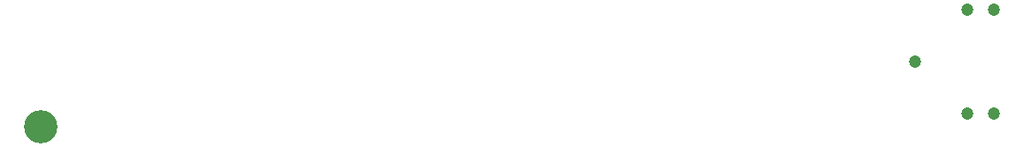
<source format=gbr>
%TF.GenerationSoftware,KiCad,Pcbnew,9.0.1+1*%
%TF.CreationDate,2025-10-06T23:48:47+00:00*%
%TF.ProjectId,rcbus-opl3,72636275-732d-46f7-906c-332e6b696361,@version@*%
%TF.SameCoordinates,Original*%
%TF.FileFunction,NonPlated,1,2,NPTH,Drill*%
%TF.FilePolarity,Positive*%
%FSLAX46Y46*%
G04 Gerber Fmt 4.6, Leading zero omitted, Abs format (unit mm)*
G04 Created by KiCad (PCBNEW 9.0.1+1) date 2025-10-06 23:48:47*
%MOMM*%
%LPD*%
G01*
G04 APERTURE LIST*
%TA.AperFunction,ComponentDrill*%
%ADD10C,1.200000*%
%TD*%
%TA.AperFunction,ComponentDrill*%
%ADD11C,3.200000*%
%TD*%
G04 APERTURE END LIST*
D10*
%TO.C,CON1*%
X148569000Y-125595000D03*
X153569000Y-120595000D03*
X153569000Y-130595000D03*
X156069000Y-120595000D03*
X156069000Y-130595000D03*
D11*
%TO.C,H1*%
X65032000Y-131882000D03*
M02*

</source>
